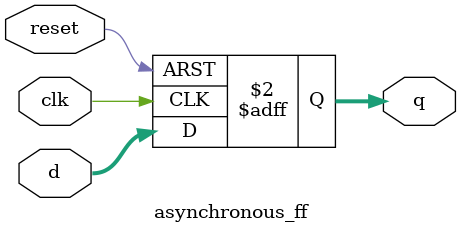
<source format=sv>
module asynchronous_ff #(parameter N=32)(d,q,clk,reset);
input logic [N-1:0]d;
output logic [N-1:0]q;
input logic clk,reset;
always_ff@(posedge clk,posedge reset)
if(reset)
q<=0;
else 
q<=d;
endmodule

</source>
